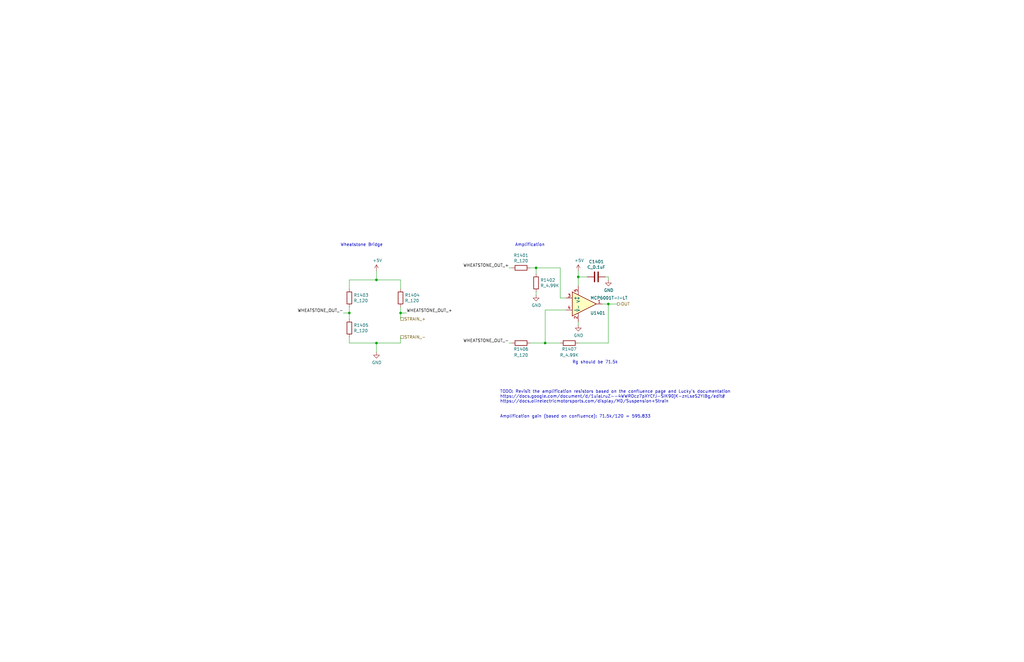
<source format=kicad_sch>
(kicad_sch (version 20211123) (generator eeschema)
  (paper "B")
  (title_block (title "Strain Gauge Circuit") (date "2021-05-22") (rev "1") (company "Olin Electric Motorsports") (comment 1 "Wesley Soo-Hoo"))
  (lib_symbols
    (symbol "formula:C_0.1uF" (pin_numbers hide) (pin_names (offset 0.254))
      (property "Reference" "C" (at 0.635 2.54 0))
      (property "Value" "C_0.1uF" (at 0.635 -2.54 0))
      (symbol "C_0.1uF_0_1"
        (polyline (pts (xy -2.032 -0.762) (xy 2.032 -0.762)) (stroke (width 0.508)))
        (polyline (pts (xy -2.032 0.762) (xy 2.032 0.762)) (stroke (width 0.508)))
      )
      (symbol "C_0.1uF_1_1"
        (pin passive line (at 0 3.81 270) (length 2.794) (name "~") (number "1"))
        (pin passive line (at 0 -3.81 90) (length 2.794) (name "~") (number "2"))
      )
    )
    (symbol "formula:MCP6001T-I-LT"
      (property "Reference" "U" (at 0 5.08 0))
      (property "Value" "MCP6001T-I-LT" (at 0 -5.08 0))
      (symbol "MCP6001T-I-LT_0_1"
        (polyline (pts (xy -5.08 5.08) (xy 5.08 0) (xy -5.08 -5.08) (xy -5.08 5.08)) (stroke (width 0.254)) (fill (type background)))
        (pin power_in line (at -2.54 -7.62 90) (length 3.81) (name "V-") (number "2"))
        (pin power_in line (at -2.54 7.62 270) (length 3.81) (name "V+") (number "5"))
      )
      (symbol "MCP6001T-I-LT_1_1"
        (pin output line (at 7.62 0 180) (length 2.54) (name "~") (number "1"))
        (pin input line (at -7.62 2.54 0) (length 2.54) (name "+") (number "3"))
        (pin input line (at -7.62 -2.54 0) (length 2.54) (name "-") (number "4"))
      )
    )
    (symbol "formula:R_120" (pin_numbers hide) (pin_names (offset 0))
      (property "Reference" "R" (at 2.032 0 90))
      (property "Value" "R_120" (at -2.54 0 90))
      (symbol "R_120_0_1"
        (rectangle (start -1.016 -2.54) (end 1.016 2.54) (stroke (width 0.254)))
      )
      (symbol "R_120_1_1"
        (pin passive line (at 0 3.81 270) (length 1.27) (name "~") (number "1"))
        (pin passive line (at 0 -3.81 90) (length 1.27) (name "~") (number "2"))
      )
    )
    (symbol "formula:R_4.99K" (pin_numbers hide) (pin_names (offset 1.016) hide)
      (property "Reference" "R" (at -2.54 1.27 0))
      (property "Value" "R_4.99K" (at 2.54 0 90))
      (symbol "R_4.99K_0_1"
        (rectangle (start -1.016 -2.54) (end 1.016 2.54) (stroke (width 0.254)))
      )
      (symbol "R_4.99K_1_1"
        (pin passive line (at 0 3.81 270) (length 1.27) (name "~") (number "1"))
        (pin passive line (at 0 -3.81 90) (length 1.27) (name "~") (number "2"))
      )
    )
    (symbol "power:+5V" (power) (pin_names (offset 0))
      (property "Value" "power_+5V" (at 0 3.556 0))
      (symbol "+5V_0_1"
        (polyline (pts (xy -0.762 1.27) (xy 0 2.54)))
        (polyline (pts (xy 0 0) (xy 0 2.54)))
        (polyline (pts (xy 0 2.54) (xy 0.762 1.27)))
      )
      (symbol "+5V_1_1"
        (pin power_in line (at 0 0 90) (length 0) hide (name "+5V") (number "1"))
      )
    )
    (symbol "power:GND" (power) (pin_names (offset 0))
      (property "Value" "power_GND" (at 0 -3.81 0))
      (symbol "GND_0_1"
        (polyline (pts (xy 0 0) (xy 0 -1.27) (xy 1.27 -1.27) (xy 0 -2.54) (xy -1.27 -1.27) (xy 0 -1.27)))
      )
      (symbol "GND_1_1"
        (pin power_in line (at 0 0 270) (length 0) hide (name "GND") (number "1"))
      )
    )
  )
  (junction (at 158.75 118.11))
  (junction (at 168.91 132.08))
  (junction (at 243.84 116.84))
  (junction (at 256.54 128.27))
  (junction (at 226.06 113.03))
  (junction (at 158.75 144.78))
  (junction (at 229.87 144.78))
  (junction (at 147.32 132.08))
  (wire (pts (xy 158.75 118.11) (xy 168.91 118.11)))
  (wire (pts (xy 238.76 125.73) (xy 236.22 125.73)))
  (wire (pts (xy 144.78 132.08) (xy 147.32 132.08)))
  (wire (pts (xy 147.32 118.11) (xy 158.75 118.11)))
  (wire (pts (xy 243.84 137.16) (xy 243.84 135.89)))
  (wire (pts (xy 168.91 129.54) (xy 168.91 132.08)))
  (wire (pts (xy 229.87 144.78) (xy 229.87 130.81)))
  (wire (pts (xy 147.32 144.78) (xy 158.75 144.78)))
  (wire (pts (xy 168.91 144.78) (xy 158.75 144.78)))
  (wire (pts (xy 215.9 113.03) (xy 214.63 113.03)))
  (wire (pts (xy 236.22 144.78) (xy 229.87 144.78)))
  (wire (pts (xy 256.54 116.84) (xy 255.27 116.84)))
  (wire (pts (xy 168.91 142.24) (xy 168.91 144.78)))
  (wire (pts (xy 256.54 144.78) (xy 256.54 128.27)))
  (wire (pts (xy 256.54 118.11) (xy 256.54 116.84)))
  (wire (pts (xy 158.75 114.3) (xy 158.75 118.11)))
  (wire (pts (xy 229.87 130.81) (xy 238.76 130.81)))
  (wire (pts (xy 171.45 132.08) (xy 168.91 132.08)))
  (wire (pts (xy 168.91 118.11) (xy 168.91 121.92)))
  (wire (pts (xy 147.32 142.24) (xy 147.32 144.78)))
  (wire (pts (xy 147.32 121.92) (xy 147.32 118.11)))
  (wire (pts (xy 223.52 113.03) (xy 226.06 113.03)))
  (wire (pts (xy 215.9 144.78) (xy 214.63 144.78)))
  (wire (pts (xy 226.06 113.03) (xy 236.22 113.03)))
  (wire (pts (xy 158.75 144.78) (xy 158.75 148.59)))
  (wire (pts (xy 243.84 144.78) (xy 256.54 144.78)))
  (wire (pts (xy 236.22 113.03) (xy 236.22 125.73)))
  (wire (pts (xy 147.32 129.54) (xy 147.32 132.08)))
  (wire (pts (xy 247.65 116.84) (xy 243.84 116.84)))
  (wire (pts (xy 168.91 132.08) (xy 168.91 134.62)))
  (wire (pts (xy 256.54 128.27) (xy 260.35 128.27)))
  (wire (pts (xy 256.54 128.27) (xy 254 128.27)))
  (wire (pts (xy 243.84 114.3) (xy 243.84 116.84)))
  (wire (pts (xy 226.06 124.46) (xy 226.06 123.19)))
  (wire (pts (xy 229.87 144.78) (xy 223.52 144.78)))
  (wire (pts (xy 226.06 115.57) (xy 226.06 113.03)))
  (wire (pts (xy 243.84 116.84) (xy 243.84 120.65)))
  (wire (pts (xy 147.32 132.08) (xy 147.32 134.62)))
  (text "Wheatstone Bridge" (at 143.51 104.14 0) (effects (font (size 1.27 1.27)) (justify left bottom)))
  (text "Amplification gain (based on confluence): 71.5k/120 = 595.833" (at 210.82 176.53 0) (effects (font (size 1.27 1.27)) (justify left bottom)))
  (text "TODO: Revisit the amplification resistors based on the confluence page and Lucky’s documentation\nhttps://docs.google.com/document/d/1uiaLruZ--4WWROcz7pXYCfJ-SIK90jK-znLseS2YlBg/edit#\nhttps://docs.olinelectricmotorsports.com/display/MD/Suspension+Strain" (at 210.82 170.18 0) (effects (font (size 1.27 1.27)) (justify left bottom)))
  (text "Rg should be 71.5k" (at 241.3 153.67 0) (effects (font (size 1.27 1.27)) (justify left bottom)))
  (text "Amplification" (at 217.17 104.14 0) (effects (font (size 1.27 1.27)) (justify left bottom)))
  (label "WHEATSTONE_OUT_-" (at 214.63 144.78 180))
  (label "WHEATSTONE_OUT_+" (at 214.63 113.03 180))
  (label "WHEATSTONE_OUT_-" (at 144.78 132.08 180))
  (label "WHEATSTONE_OUT_+" (at 171.45 132.08 0))
  (hierarchical_label "STRAIN_-" (shape passive) (at 168.91 142.24 0))
  (hierarchical_label "STRAIN_+" (shape passive) (at 168.91 134.62 0))
  (hierarchical_label "OUT" (shape output) (at 260.35 128.27 0))
  (symbol (lib_id "formula:MCP6001T-I-LT") (at 246.38 128.27 0)
    (property "Reference" "U1401" (at 248.92 132.08 0) (effects (justify left)))
    (property "Value" "MCP6001T-I-LT" (at 248.92 125.73 0) (effects (justify left)))
    (property "Footprint" "Package_TO_SOT_SMD:SOT-353_SC-70-5" (effects hide))
    (property "Datasheet" "http://ww1.microchip.com/downloads/en/DeviceDoc/21733j.pdf" (effects hide))
    (property "MFN" "DK" (effects hide))
    (property "MPN" "MCP6001T-I/LTCT-ND" (effects hide))
    (property "PurchasingLink" "https://www.digikey.com/product-detail/en/microchip-technology/MCP6001T-I-LT/MCP6001T-I-LTCT-ND/669499" (effects hide))
  )
  (symbol (lib_id "power:+5V") (at 243.84 114.3 0)
    (property "Reference" "#PWR?" (effects hide))
    (property "Value" "+5V" (at 244.221 109.9058 0))
  )
  (symbol (lib_id "formula:C_0.1uF") (at 251.46 116.84 270)
    (property "Reference" "C1401" (at 251.46 110.4392 90))
    (property "Value" "C_0.1uF" (at 251.46 112.7506 90))
    (property "Footprint" "footprints:C_0805_OEM" (effects hide))
    (property "Datasheet" "http://datasheets.avx.com/X7RDielectric.pdf" (effects hide))
    (property "MFN" "DK" (effects hide))
    (property "MPN" "478-3352-1-ND" (effects hide))
    (property "PurchasingLink" "https://www.digikey.com/products/en?keywords=478-3352-1-ND" (effects hide))
  )
  (symbol (lib_id "power:GND") (at 256.54 118.11 0)
    (property "Reference" "#PWR?" (effects hide))
    (property "Value" "GND" (at 256.667 122.5042 0))
  )
  (symbol (lib_id "power:GND") (at 243.84 137.16 0)
    (property "Reference" "#PWR?" (effects hide))
    (property "Value" "GND" (at 243.967 141.5542 0))
  )
  (symbol (lib_id "formula:R_120") (at 219.71 113.03 270)
    (property "Reference" "R1401" (at 219.71 107.7722 90))
    (property "Value" "R_120" (at 219.71 110.0836 90))
    (property "Footprint" "footprints:R_0805_OEM" (effects hide))
    (property "Datasheet" "https://www.mouser.com/datasheet/2/315/AOA0000C304-1149620.pdf" (effects hide))
    (property "MFN" "DK" (effects hide))
    (property "MPN" "667-ERJ-6ENF1200V" (effects hide))
    (property "PurchasingLink" "https://www.mouser.com/ProductDetail/Panasonic-Industrial-Devices/ERJ-6ENF1200V?qs=sGAEpiMZZMvdGkrng054t8AJgcdMkx7x%252bFQnctTMUmU%3d" (effects hide))
  )
  (symbol (lib_id "formula:R_120") (at 219.71 144.78 90)
    (property "Reference" "R1406" (at 219.71 147.32 90))
    (property "Value" "R_120" (at 219.71 149.86 90))
    (property "Footprint" "footprints:R_0805_OEM" (effects hide))
    (property "Datasheet" "https://www.mouser.com/datasheet/2/315/AOA0000C304-1149620.pdf" (effects hide))
    (property "MFN" "DK" (effects hide))
    (property "MPN" "667-ERJ-6ENF1200V" (effects hide))
    (property "PurchasingLink" "https://www.mouser.com/ProductDetail/Panasonic-Industrial-Devices/ERJ-6ENF1200V?qs=sGAEpiMZZMvdGkrng054t8AJgcdMkx7x%252bFQnctTMUmU%3d" (effects hide))
  )
  (symbol (lib_id "formula:R_4.99K") (at 240.03 144.78 90)
    (property "Reference" "R1407" (at 240.03 147.32 90))
    (property "Value" "R_4.99K" (at 240.03 149.86 90))
    (property "Footprint" "footprints:R_0805_OEM" (effects hide))
    (property "MPN" "RNCP0805FTD4K99CT-ND " (effects hide))
    (property "MFN" "DK" (effects hide))
    (property "PurchasingLink" "https://www.digikey.com/product-detail/en/stackpole-electronics-inc/RNCP0805FTD4K99/RNCP0805FTD4K99CT-ND/2240591" (effects hide))
  )
  (symbol (lib_id "formula:R_4.99K") (at 226.06 119.38 180)
    (property "Reference" "R1402" (at 227.838 118.2116 0) (effects (justify right)))
    (property "Value" "R_4.99K" (at 227.838 120.523 0) (effects (justify right)))
    (property "Footprint" "footprints:R_0805_OEM" (effects hide))
    (property "MPN" "RNCP0805FTD4K99CT-ND " (effects hide))
    (property "MFN" "DK" (effects hide))
    (property "PurchasingLink" "https://www.digikey.com/product-detail/en/stackpole-electronics-inc/RNCP0805FTD4K99/RNCP0805FTD4K99CT-ND/2240591" (effects hide))
  )
  (symbol (lib_id "power:GND") (at 226.06 124.46 0)
    (property "Reference" "#PWR?" (effects hide))
    (property "Value" "GND" (at 226.187 128.8542 0))
  )
  (symbol (lib_id "formula:R_120") (at 147.32 125.73 180)
    (property "Reference" "R1403" (at 149.098 124.5616 0) (effects (justify right)))
    (property "Value" "R_120" (at 149.098 126.873 0) (effects (justify right)))
    (property "Footprint" "footprints:R_0805_OEM" (effects hide))
    (property "Datasheet" "https://www.mouser.com/datasheet/2/315/AOA0000C304-1149620.pdf" (effects hide))
    (property "MFN" "DK" (effects hide))
    (property "MPN" "667-ERJ-6ENF1200V" (effects hide))
    (property "PurchasingLink" "https://www.mouser.com/ProductDetail/Panasonic-Industrial-Devices/ERJ-6ENF1200V?qs=sGAEpiMZZMvdGkrng054t8AJgcdMkx7x%252bFQnctTMUmU%3d" (effects hide))
  )
  (symbol (lib_id "formula:R_120") (at 147.32 138.43 180)
    (property "Reference" "R1405" (at 149.098 137.2616 0) (effects (justify right)))
    (property "Value" "R_120" (at 149.098 139.573 0) (effects (justify right)))
    (property "Footprint" "footprints:R_0805_OEM" (effects hide))
    (property "Datasheet" "https://www.mouser.com/datasheet/2/315/AOA0000C304-1149620.pdf" (effects hide))
    (property "MFN" "DK" (effects hide))
    (property "MPN" "667-ERJ-6ENF1200V" (effects hide))
    (property "PurchasingLink" "https://www.mouser.com/ProductDetail/Panasonic-Industrial-Devices/ERJ-6ENF1200V?qs=sGAEpiMZZMvdGkrng054t8AJgcdMkx7x%252bFQnctTMUmU%3d" (effects hide))
  )
  (symbol (lib_id "formula:R_120") (at 168.91 125.73 180)
    (property "Reference" "R1404" (at 170.688 124.5616 0) (effects (justify right)))
    (property "Value" "R_120" (at 170.688 126.873 0) (effects (justify right)))
    (property "Footprint" "footprints:R_0805_OEM" (effects hide))
    (property "Datasheet" "https://www.mouser.com/datasheet/2/315/AOA0000C304-1149620.pdf" (effects hide))
    (property "MFN" "DK" (effects hide))
    (property "MPN" "667-ERJ-6ENF1200V" (effects hide))
    (property "PurchasingLink" "https://www.mouser.com/ProductDetail/Panasonic-Industrial-Devices/ERJ-6ENF1200V?qs=sGAEpiMZZMvdGkrng054t8AJgcdMkx7x%252bFQnctTMUmU%3d" (effects hide))
  )
  (symbol (lib_id "power:GND") (at 158.75 148.59 0)
    (property "Reference" "#PWR?" (effects hide))
    (property "Value" "GND" (at 158.877 152.9842 0))
  )
  (symbol (lib_id "power:+5V") (at 158.75 114.3 0)
    (property "Reference" "#PWR?" (effects hide))
    (property "Value" "+5V" (at 159.131 109.9058 0))
  )
)
</source>
